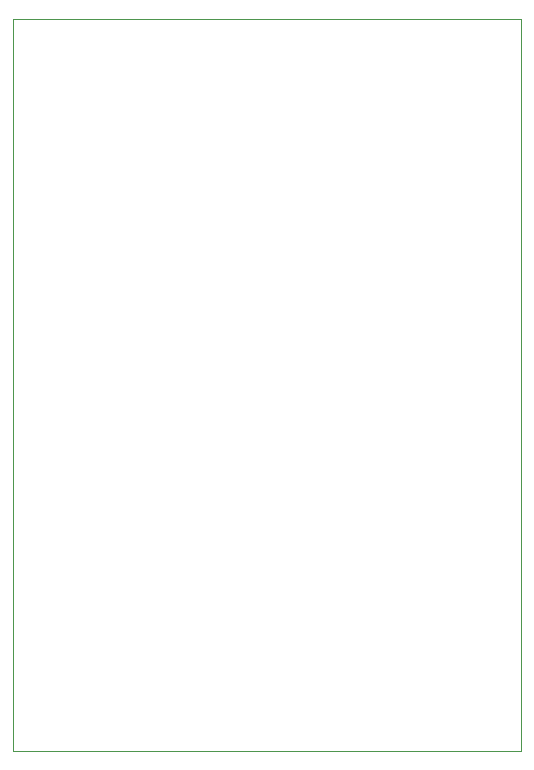
<source format=gbr>
%TF.GenerationSoftware,KiCad,Pcbnew,7.0.2-0*%
%TF.CreationDate,2024-09-16T14:38:33-04:00*%
%TF.ProjectId,ArduinoSolderChallenge,41726475-696e-46f5-936f-6c6465724368,rev?*%
%TF.SameCoordinates,Original*%
%TF.FileFunction,Profile,NP*%
%FSLAX46Y46*%
G04 Gerber Fmt 4.6, Leading zero omitted, Abs format (unit mm)*
G04 Created by KiCad (PCBNEW 7.0.2-0) date 2024-09-16 14:38:33*
%MOMM*%
%LPD*%
G01*
G04 APERTURE LIST*
%TA.AperFunction,Profile*%
%ADD10C,0.100000*%
%TD*%
G04 APERTURE END LIST*
D10*
X42050000Y-19100000D02*
X85050000Y-19100000D01*
X85050000Y-81100000D01*
X42050000Y-81100000D01*
X42050000Y-19100000D01*
M02*

</source>
